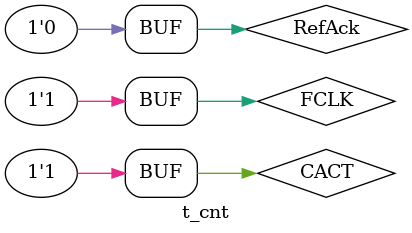
<source format=v>
`timescale 1ns / 1ps


module t_cnt;

	// Inputs
	reg FCLK;
	reg CACT;
	reg RefAck;

	// Outputs
	wire RefReq;
	wire RefUrgent;
	wire TimeoutA;
	wire TimeoutB;

	// Instantiate the Unit Under Test (UUT)
	CNT uut (
		.FCLK(FCLK), 
		.CACT(CACT), 
		.RefReq(RefReq), 
		.RefUrgent(RefUrgent), 
		.RefAck(RefAck), 
		.TimeoutA(TimeoutA), 
		.TimeoutB(TimeoutB)
	);

	initial begin
		FCLK = 0;
		CACT = 0;
		RefAck = 0;
		
		FCLK = 0; #20;
		FCLK = 1; #20; CACT = 1;
		
		FCLK = 0; #20;
		FCLK = 1; #20;
		
		FCLK = 0; #20;
		FCLK = 1; #20;
		
		FCLK = 0; #20;
		FCLK = 1; #20;
		
		FCLK = 0; #20;
		FCLK = 1; #20;
		
		FCLK = 0; #20;
		FCLK = 1; #20;
		
		FCLK = 0; #20;
		FCLK = 1; #20;
		
		FCLK = 0; #20;
		FCLK = 1; #20;
		
		FCLK = 0; #20;
		FCLK = 1; #20;
		
		FCLK = 0; #20;
		FCLK = 1; #20;
		
		FCLK = 0; #20;
		FCLK = 1; #20;
		
		FCLK = 0; #20;
		FCLK = 1; #20;
		
		FCLK = 0; #20;
		FCLK = 1; #20;
		
		FCLK = 0; #20;
		FCLK = 1; #20;
		
		FCLK = 0; #20;
		FCLK = 1; #20;
		
		FCLK = 0; #20;
		FCLK = 1; #20;
		
		FCLK = 0; #20;
		FCLK = 1; #20;
		
		FCLK = 0; #20;
		FCLK = 1; #20;
		
		FCLK = 0; #20;
		FCLK = 1; #20;
		
		FCLK = 0; #20;
		FCLK = 1; #20;
		
		FCLK = 0; #20;
		FCLK = 1; #20;
		
		FCLK = 0; #20;
		FCLK = 1; #20;
		
		FCLK = 0; #20;
		FCLK = 1; #20;
		
		FCLK = 0; #20;
		FCLK = 1; #20;
		
		FCLK = 0; #20;
		FCLK = 1; #20;
		
		FCLK = 0; #20;
		FCLK = 1; #20;
		
		FCLK = 0; #20;
		FCLK = 1; #20;
		
		FCLK = 0; #20;
		FCLK = 1; #20;
		
		FCLK = 0; #20;
		FCLK = 1; #20;
		
		FCLK = 0; #20;
		FCLK = 1; #20;
		
		FCLK = 0; #20;
		FCLK = 1; #20;
		
		FCLK = 0; #20;
		FCLK = 1; #20;
		
		FCLK = 0; #20;
		FCLK = 1; #20;
		
		FCLK = 0; #20;
		FCLK = 1; #20;
		
		FCLK = 0; #20;
		FCLK = 1; #20;
		
		FCLK = 0; #20;
		FCLK = 1; #20;
		
		FCLK = 0; #20;
		FCLK = 1; #20;
		
		FCLK = 0; #20;
		FCLK = 1; #20;
		
		FCLK = 0; #20;
		FCLK = 1; #20;
		
		FCLK = 0; #20;
		FCLK = 1; #20;
		
		FCLK = 0; #20;
		FCLK = 1; #20;
		
		FCLK = 0; #20;
		FCLK = 1; #20;
		
		FCLK = 0; #20;
		FCLK = 1; #20;
		
		FCLK = 0; #20;
		FCLK = 1; #20;
		
		FCLK = 0; #20;
		FCLK = 1; #20;
		
		FCLK = 0; #20;
		FCLK = 1; #20;
		
		FCLK = 0; #20;
		FCLK = 1; #20;
		
		FCLK = 0; #20;
		FCLK = 1; #20;
		
		FCLK = 0; #20;
		FCLK = 1; #20;
		
		FCLK = 0; #20;
		FCLK = 1; #20;
		
		FCLK = 0; #20;
		FCLK = 1; #20;
		
		FCLK = 0; #20;
		FCLK = 1; #20;
		
		FCLK = 0; #20;
		FCLK = 1; #20;
		
		FCLK = 0; #20;
		FCLK = 1; #20;
		
		FCLK = 0; #20;
		FCLK = 1; #20;
		
		FCLK = 0; #20;
		FCLK = 1; #20;
		
		FCLK = 0; #20;
		FCLK = 1; #20;
		
		FCLK = 0; #20;
		FCLK = 1; #20;
		
		FCLK = 0; #20;
		FCLK = 1; #20;
		
		FCLK = 0; #20;
		FCLK = 1; #20;
		
		FCLK = 0; #20;
		FCLK = 1; #20;
		
		FCLK = 0; #20;
		FCLK = 1; #20;
		
		FCLK = 0; #20;
		FCLK = 1; #20;
		
		FCLK = 0; #20;
		FCLK = 1; #20;
		
		FCLK = 0; #20;
		FCLK = 1; #20;
		
		FCLK = 0; #20;
		FCLK = 1; #20;
		
		FCLK = 0; #20;
		FCLK = 1; #20;
		
		FCLK = 0; #20;
		FCLK = 1; #20;
		
		FCLK = 0; #20;
		FCLK = 1; #20;
		
		FCLK = 0; #20;
		FCLK = 1; #20;
		
		FCLK = 0; #20;
		FCLK = 1; #20;
		
		FCLK = 0; #20;
		FCLK = 1; #20;
		
		FCLK = 0; #20;
		FCLK = 1; #20;
		
		FCLK = 0; #20;
		FCLK = 1; #20;
		
		FCLK = 0; #20;
		FCLK = 1; #20;
		
		FCLK = 0; #20;
		FCLK = 1; #20;
		
		FCLK = 0; #20;
		FCLK = 1; #20;
		
		FCLK = 0; #20;
		FCLK = 1; #20;
		
		FCLK = 0; #20;
		FCLK = 1; #20;
		
		FCLK = 0; #20;
		FCLK = 1; #20;
		
		FCLK = 0; #20;
		FCLK = 1; #20;
		
		FCLK = 0; #20;
		FCLK = 1; #20;
		
		FCLK = 0; #20;
		FCLK = 1; #20;
		
		FCLK = 0; #20;
		FCLK = 1; #20;
		
		FCLK = 0; #20;
		FCLK = 1; #20;
		
		FCLK = 0; #20;
		FCLK = 1; #20;
		
		FCLK = 0; #20;
		FCLK = 1; #20;
		
		FCLK = 0; #20;
		FCLK = 1; #20;
		
		FCLK = 0; #20;
		FCLK = 1; #20;
		
		FCLK = 0; #20;
		FCLK = 1; #20;
		
		FCLK = 0; #20;
		FCLK = 1; #20;
		
		FCLK = 0; #20;
		FCLK = 1; #20;
		
		FCLK = 0; #20;
		FCLK = 1; #20;
		
		FCLK = 0; #20;
		FCLK = 1; #20;
		
		FCLK = 0; #20;
		FCLK = 1; #20;
		
		FCLK = 0; #20;
		FCLK = 1; #20;
		
		FCLK = 0; #20;
		FCLK = 1; #20;
		
		FCLK = 0; #20;
		FCLK = 1; #20;
		
		FCLK = 0; #20;
		FCLK = 1; #20;
		
		FCLK = 0; #20;
		FCLK = 1; #20;
		
		FCLK = 0; #20;
		FCLK = 1; #20;
		
		FCLK = 0; #20;
		FCLK = 1; #20;
		
		FCLK = 0; #20;
		FCLK = 1; #20;
		
		FCLK = 0; #20;
		FCLK = 1; #20;
		
		FCLK = 0; #20;
		FCLK = 1; #20;
		
		FCLK = 0; #20;
		FCLK = 1; #20;
		
		FCLK = 0; #20;
		FCLK = 1; #20;
		
		FCLK = 0; #20;
		FCLK = 1; #20;
		
		FCLK = 0; #20;
		FCLK = 1; #20;
		
		FCLK = 0; #20;
		FCLK = 1; #20;
		
		FCLK = 0; #20;
		FCLK = 1; #20;
		
		FCLK = 0; #20;
		FCLK = 1; #20;
		
		FCLK = 0; #20;
		FCLK = 1; #20;
		
		FCLK = 0; #20;
		FCLK = 1; #20;
		
		FCLK = 0; #20;
		FCLK = 1; #20;
		
		FCLK = 0; #20;
		FCLK = 1; #20;
		
		FCLK = 0; #20;
		FCLK = 1; #20;
		
		FCLK = 0; #20;
		FCLK = 1; #20;
		
		FCLK = 0; #20;
		FCLK = 1; #20;
		
		FCLK = 0; #20;
		FCLK = 1; #20;
		
		FCLK = 0; #20;
		FCLK = 1; #20;
		
		FCLK = 0; #20;
		FCLK = 1; #20;
		
		FCLK = 0; #20;
		FCLK = 1; #20;
		
		FCLK = 0; #20;
		FCLK = 1; #20;
		
		FCLK = 0; #20;
		FCLK = 1; #20;
		
		FCLK = 0; #20;
		FCLK = 1; #20;
		
		FCLK = 0; #20;
		FCLK = 1; #20;
		
		FCLK = 0; #20;
		FCLK = 1; #20;
		
		FCLK = 0; #20;
		FCLK = 1; #20;
		
		FCLK = 0; #20;
		FCLK = 1; #20;
		
		FCLK = 0; #20;
		FCLK = 1; #20;
		
		FCLK = 0; #20;
		FCLK = 1; #20;
		
		FCLK = 0; #20;
		FCLK = 1; #20;
		
		FCLK = 0; #20;
		FCLK = 1; #20;
		
		FCLK = 0; #20;
		FCLK = 1; #20;
		
		FCLK = 0; #20;
		FCLK = 1; #20;
		
		FCLK = 0; #20;
		FCLK = 1; #20;
		
		FCLK = 0; #20;
		FCLK = 1; #20;
		
		FCLK = 0; #20;
		FCLK = 1; #20;
		
		FCLK = 0; #20;
		FCLK = 1; #20;
		
		FCLK = 0; #20;
		FCLK = 1; #20;
		
		FCLK = 0; #20;
		FCLK = 1; #20;
		
		FCLK = 0; #20;
		FCLK = 1; #20;
		
		FCLK = 0; #20;
		FCLK = 1; #20;
		
		FCLK = 0; #20;
		FCLK = 1; #20;
		
		FCLK = 0; #20;
		FCLK = 1; #20;
		
		FCLK = 0; #20;
		FCLK = 1; #20;
		
		FCLK = 0; #20;
		FCLK = 1; #20;
		
		FCLK = 0; #20;
		FCLK = 1; #20;
		
		FCLK = 0; #20;
		FCLK = 1; #20;
		
		FCLK = 0; #20;
		FCLK = 1; #20;
		
		FCLK = 0; #20;
		FCLK = 1; #20;
		
		FCLK = 0; #20;
		FCLK = 1; #20;
		
		FCLK = 0; #20;
		FCLK = 1; #20;
		
		FCLK = 0; #20;
		FCLK = 1; #20;
		
		FCLK = 0; #20;
		FCLK = 1; #20;
		
		FCLK = 0; #20;
		FCLK = 1; #20;
		
		FCLK = 0; #20;
		FCLK = 1; #20;
		
		FCLK = 0; #20;
		FCLK = 1; #20;
		
		FCLK = 0; #20;
		FCLK = 1; #20;
		
		FCLK = 0; #20;
		FCLK = 1; #20; CACT = 0;
		
		FCLK = 0; #20;
		FCLK = 1; #20;
		
		FCLK = 0; #20;
		FCLK = 1; #20;
		
		FCLK = 0; #20;
		FCLK = 1; #20; CACT = 1;
		
		FCLK = 0; #20;
		FCLK = 1; #20;
		
		FCLK = 0; #20;
		FCLK = 1; #20;
		
		FCLK = 0; #20;
		FCLK = 1; #20;
		
		FCLK = 0; #20;
		FCLK = 1; #20;
		
		FCLK = 0; #20;
		FCLK = 1; #20;
		
		FCLK = 0; #20;
		FCLK = 1; #20;
		
		FCLK = 0; #20;
		FCLK = 1; #20;
		
		FCLK = 0; #20;
		FCLK = 1; #20;
		
		FCLK = 0; #20;
		FCLK = 1; #20;
		
		FCLK = 0; #20;
		FCLK = 1; #20;
		
		FCLK = 0; #20;
		FCLK = 1; #20;
		
		FCLK = 0; #20;
		FCLK = 1; #20;
		
		FCLK = 0; #20;
		FCLK = 1; #20;
		
		FCLK = 0; #20;
		FCLK = 1; #20;
		
		FCLK = 0; #20;
		FCLK = 1; #20;
		
		FCLK = 0; #20;
		FCLK = 1; #20;
		
		FCLK = 0; #20;
		FCLK = 1; #20;
		
		FCLK = 0; #20;
		FCLK = 1; #20;
		
		FCLK = 0; #20;
		FCLK = 1; #20;
		
		FCLK = 0; #20;
		FCLK = 1; #20;
		
		FCLK = 0; #20;
		FCLK = 1; #20;
		
		FCLK = 0; #20;
		FCLK = 1; #20;
		
		FCLK = 0; #20;
		FCLK = 1; #20;
		
		FCLK = 0; #20;
		FCLK = 1; #20;
		
		FCLK = 0; #20;
		FCLK = 1; #20;
		
		FCLK = 0; #20;
		FCLK = 1; #20;
		
		FCLK = 0; #20;
		FCLK = 1; #20;
		
		FCLK = 0; #20;
		FCLK = 1; #20;
		
		FCLK = 0; #20;
		FCLK = 1; #20;
		
		FCLK = 0; #20;
		FCLK = 1; #20;
		
		FCLK = 0; #20;
		FCLK = 1; #20;
		
		FCLK = 0; #20;
		FCLK = 1; #20;
		
		FCLK = 0; #20;
		FCLK = 1; #20;
		
		FCLK = 0; #20;
		FCLK = 1; #20;
		
		FCLK = 0; #20;
		FCLK = 1; #20;
		
		FCLK = 0; #20;
		FCLK = 1; #20;
		
		FCLK = 0; #20;
		FCLK = 1; #20;
		
		FCLK = 0; #20;
		FCLK = 1; #20;
		
		FCLK = 0; #20;
		FCLK = 1; #20;
		
		FCLK = 0; #20;
		FCLK = 1; #20;
		
		FCLK = 0; #20;
		FCLK = 1; #20;
		
		FCLK = 0; #20;
		FCLK = 1; #20;
		
		FCLK = 0; #20;
		FCLK = 1; #20;
		
		FCLK = 0; #20;
		FCLK = 1; #20;
		
		FCLK = 0; #20;
		FCLK = 1; #20;
		
		FCLK = 0; #20;
		FCLK = 1; #20;
		
		FCLK = 0; #20;
		FCLK = 1; #20;
		
		FCLK = 0; #20;
		FCLK = 1; #20;
		
		FCLK = 0; #20;
		FCLK = 1; #20;
		
		FCLK = 0; #20;
		FCLK = 1; #20;
		
		FCLK = 0; #20;
		FCLK = 1; #20;
		
		FCLK = 0; #20;
		FCLK = 1; #20;
		
		FCLK = 0; #20;
		FCLK = 1; #20;
		
		FCLK = 0; #20;
		FCLK = 1; #20;
		
		FCLK = 0; #20;
		FCLK = 1; #20;
		
		FCLK = 0; #20;
		FCLK = 1; #20;
		
		FCLK = 0; #20;
		FCLK = 1; #20;
		
		FCLK = 0; #20;
		FCLK = 1; #20;
		
		FCLK = 0; #20;
		FCLK = 1; #20;
		
		FCLK = 0; #20;
		FCLK = 1; #20;
		
		FCLK = 0; #20;
		FCLK = 1; #20;
		
		FCLK = 0; #20;
		FCLK = 1; #20; RefAck = 1;
		
		FCLK = 0; #20;
		FCLK = 1; #20;
		
		FCLK = 0; #20;
		FCLK = 1; #20; RefAck = 0;
		
		FCLK = 0; #20;
		FCLK = 1; #20;
		
		FCLK = 0; #20;
		FCLK = 1; #20;
		
		FCLK = 0; #20;
		FCLK = 1; #20;
		
		FCLK = 0; #20;
		FCLK = 1; #20;
		
		FCLK = 0; #20;
		FCLK = 1; #20;
		
		FCLK = 0; #20;
		FCLK = 1; #20;
		
		FCLK = 0; #20;
		FCLK = 1; #20;
		
		FCLK = 0; #20;
		FCLK = 1; #20;
		
		FCLK = 0; #20;
		FCLK = 1; #20;
		
		FCLK = 0; #20;
		FCLK = 1; #20;
		
		FCLK = 0; #20;
		FCLK = 1; #20;
		
		FCLK = 0; #20;
		FCLK = 1; #20;
		
		FCLK = 0; #20;
		FCLK = 1; #20;
		
		FCLK = 0; #20;
		FCLK = 1; #20;
		
		FCLK = 0; #20;
		FCLK = 1; #20;
		
		FCLK = 0; #20;
		FCLK = 1; #20;
		
		FCLK = 0; #20;
		FCLK = 1; #20;
		
		FCLK = 0; #20;
		FCLK = 1; #20;
		
		FCLK = 0; #20;
		FCLK = 1; #20;
		
		FCLK = 0; #20;
		FCLK = 1; #20;
		
		FCLK = 0; #20;
		FCLK = 1; #20;
		
		FCLK = 0; #20;
		FCLK = 1; #20;
		
		FCLK = 0; #20;
		FCLK = 1; #20;
		
		FCLK = 0; #20;
		FCLK = 1; #20;
		
		FCLK = 0; #20;
		FCLK = 1; #20;
		
		FCLK = 0; #20;
		FCLK = 1; #20;
		
		FCLK = 0; #20;
		FCLK = 1; #20;
		
		FCLK = 0; #20;
		FCLK = 1; #20;
		
		FCLK = 0; #20;
		FCLK = 1; #20;
		
		FCLK = 0; #20;
		FCLK = 1; #20;
		
		FCLK = 0; #20;
		FCLK = 1; #20;
		
		FCLK = 0; #20;
		FCLK = 1; #20;
		
		FCLK = 0; #20;
		FCLK = 1; #20;
		
		FCLK = 0; #20;
		FCLK = 1; #20;
		
		FCLK = 0; #20;
		FCLK = 1; #20;
		
		FCLK = 0; #20;
		FCLK = 1; #20;
		
		FCLK = 0; #20;
		FCLK = 1; #20;
		
		FCLK = 0; #20;
		FCLK = 1; #20;
		
		FCLK = 0; #20;
		FCLK = 1; #20;
		
		FCLK = 0; #20;
		FCLK = 1; #20;
		
		FCLK = 0; #20;
		FCLK = 1; #20;
		
		FCLK = 0; #20;
		FCLK = 1; #20;
		
		FCLK = 0; #20;
		FCLK = 1; #20;
		
		FCLK = 0; #20;
		FCLK = 1; #20;
		
		FCLK = 0; #20;
		FCLK = 1; #20;
		
		FCLK = 0; #20;
		FCLK = 1; #20;
		
		FCLK = 0; #20;
		FCLK = 1; #20;
		
		FCLK = 0; #20;
		FCLK = 1; #20;
		
		FCLK = 0; #20;
		FCLK = 1; #20;
		
		FCLK = 0; #20;
		FCLK = 1; #20;
		
		FCLK = 0; #20;
		FCLK = 1; #20;
		
		FCLK = 0; #20;
		FCLK = 1; #20;
		
		FCLK = 0; #20;
		FCLK = 1; #20;
		
		FCLK = 0; #20;
		FCLK = 1; #20;
		
		FCLK = 0; #20;
		FCLK = 1; #20;
		
		FCLK = 0; #20;
		FCLK = 1; #20;
		
		FCLK = 0; #20;
		FCLK = 1; #20;
		
		FCLK = 0; #20;
		FCLK = 1; #20;
		
		FCLK = 0; #20;
		FCLK = 1; #20;
		
		FCLK = 0; #20;
		FCLK = 1; #20;
		
		FCLK = 0; #20;
		FCLK = 1; #20;
		
		FCLK = 0; #20;
		FCLK = 1; #20;
		
		FCLK = 0; #20;
		FCLK = 1; #20;
		
		FCLK = 0; #20;
		FCLK = 1; #20;
		
		FCLK = 0; #20;
		FCLK = 1; #20;
		
		FCLK = 0; #20;
		FCLK = 1; #20;
		
		FCLK = 0; #20;
		FCLK = 1; #20;
		
		FCLK = 0; #20;
		FCLK = 1; #20;
		
		FCLK = 0; #20;
		FCLK = 1; #20;
		
		FCLK = 0; #20;
		FCLK = 1; #20;
		
		FCLK = 0; #20;
		FCLK = 1; #20;
		
		FCLK = 0; #20;
		FCLK = 1; #20;
		
		FCLK = 0; #20;
		FCLK = 1; #20;
		
		FCLK = 0; #20;
		FCLK = 1; #20;
		
		FCLK = 0; #20;
		FCLK = 1; #20;
		
		FCLK = 0; #20;
		FCLK = 1; #20;
		
		FCLK = 0; #20;
		FCLK = 1; #20;
		
		FCLK = 0; #20;
		FCLK = 1; #20;
		
		FCLK = 0; #20;
		FCLK = 1; #20;
		
		FCLK = 0; #20;
		FCLK = 1; #20;
		
		FCLK = 0; #20;
		FCLK = 1; #20;
		
		FCLK = 0; #20;
		FCLK = 1; #20;
		
		FCLK = 0; #20;
		FCLK = 1; #20;
		
		FCLK = 0; #20;
		FCLK = 1; #20;
		
		FCLK = 0; #20;
		FCLK = 1; #20;
		
		FCLK = 0; #20;
		FCLK = 1; #20;
		
		FCLK = 0; #20;
		FCLK = 1; #20;
		
		FCLK = 0; #20;
		FCLK = 1; #20;
		
		FCLK = 0; #20;
		FCLK = 1; #20;
		
		FCLK = 0; #20;
		FCLK = 1; #20;
		
		FCLK = 0; #20;
		FCLK = 1; #20;
		
		FCLK = 0; #20;
		FCLK = 1; #20;
		
		FCLK = 0; #20;
		FCLK = 1; #20;
		
		FCLK = 0; #20;
		FCLK = 1; #20;
		
		FCLK = 0; #20;
		FCLK = 1; #20;
		
		FCLK = 0; #20;
		FCLK = 1; #20;
		
		FCLK = 0; #20;
		FCLK = 1; #20;
		
		FCLK = 0; #20;
		FCLK = 1; #20;
		
		FCLK = 0; #20;
		FCLK = 1; #20;
		
		FCLK = 0; #20;
		FCLK = 1; #20;
		
		FCLK = 0; #20;
		FCLK = 1; #20;
		
		FCLK = 0; #20;
		FCLK = 1; #20;
		
		FCLK = 0; #20;
		FCLK = 1; #20;
		
		FCLK = 0; #20;
		FCLK = 1; #20;
		
		FCLK = 0; #20;
		FCLK = 1; #20;
		
		FCLK = 0; #20;
		FCLK = 1; #20;
		
		FCLK = 0; #20;
		FCLK = 1; #20;
		
		FCLK = 0; #20;
		FCLK = 1; #20;
		
		FCLK = 0; #20;
		FCLK = 1; #20;
		
		FCLK = 0; #20;
		FCLK = 1; #20;
		
		FCLK = 0; #20;
		FCLK = 1; #20;
		
		FCLK = 0; #20;
		FCLK = 1; #20;
		
		FCLK = 0; #20;
		FCLK = 1; #20;
		
		FCLK = 0; #20;
		FCLK = 1; #20;
		
		FCLK = 0; #20;
		FCLK = 1; #20;
		
		FCLK = 0; #20;
		FCLK = 1; #20;
		
		FCLK = 0; #20;
		FCLK = 1; #20;
		
		FCLK = 0; #20;
		FCLK = 1; #20;
		
		FCLK = 0; #20;
		FCLK = 1; #20;
		
		FCLK = 0; #20;
		FCLK = 1; #20;
		
		FCLK = 0; #20;
		FCLK = 1; #20;
		
		FCLK = 0; #20;
		FCLK = 1; #20;
		
		FCLK = 0; #20;
		FCLK = 1; #20;
		
		FCLK = 0; #20;
		FCLK = 1; #20;
		
		FCLK = 0; #20;
		FCLK = 1; #20;
		
		FCLK = 0; #20;
		FCLK = 1; #20;
		
		FCLK = 0; #20;
		FCLK = 1; #20;
		
		FCLK = 0; #20;
		FCLK = 1; #20;
		
		FCLK = 0; #20;
		FCLK = 1; #20;
		
		FCLK = 0; #20;
		FCLK = 1; #20;
		
		FCLK = 0; #20;
		FCLK = 1; #20;
		
		FCLK = 0; #20;
		FCLK = 1; #20;
		
		FCLK = 0; #20;
		FCLK = 1; #20;
		
		FCLK = 0; #20;
		FCLK = 1; #20;
		
		FCLK = 0; #20;
		FCLK = 1; #20;
		
		FCLK = 0; #20;
		FCLK = 1; #20;
		
		FCLK = 0; #20;
		FCLK = 1; #20;
		
		FCLK = 0; #20;
		FCLK = 1; #20;
		
		FCLK = 0; #20;
		FCLK = 1; #20;
		
		FCLK = 0; #20;
		FCLK = 1; #20;
		
		FCLK = 0; #20;
		FCLK = 1; #20;
		
		FCLK = 0; #20;
		FCLK = 1; #20;
		
		FCLK = 0; #20;
		FCLK = 1; #20;
		
		FCLK = 0; #20;
		FCLK = 1; #20;
		
		FCLK = 0; #20;
		FCLK = 1; #20;
		
		FCLK = 0; #20;
		FCLK = 1; #20;
		
		FCLK = 0; #20;
		FCLK = 1; #20;
		
		FCLK = 0; #20;
		FCLK = 1; #20;
		
		FCLK = 0; #20;
		FCLK = 1; #20;
		
		FCLK = 0; #20;
		FCLK = 1; #20;
		
		FCLK = 0; #20;
		FCLK = 1; #20;
		
		FCLK = 0; #20;
		FCLK = 1; #20;
		
		FCLK = 0; #20;
		FCLK = 1; #20;
		
		FCLK = 0; #20;
		FCLK = 1; #20;
		
		FCLK = 0; #20;
		FCLK = 1; #20;
		
		FCLK = 0; #20;
		FCLK = 1; #20;
		
		FCLK = 0; #20;
		FCLK = 1; #20;
		
		FCLK = 0; #20;
		FCLK = 1; #20;
		
		FCLK = 0; #20;
		FCLK = 1; #20;
		
		FCLK = 0; #20;
		FCLK = 1; #20;
		
		FCLK = 0; #20;
		FCLK = 1; #20;
		
		FCLK = 0; #20;
		FCLK = 1; #20;
		
		FCLK = 0; #20;
		FCLK = 1; #20;
		
		FCLK = 0; #20;
		FCLK = 1; #20;
		
		FCLK = 0; #20;
		FCLK = 1; #20;
		
		FCLK = 0; #20;
		FCLK = 1; #20;
		
		FCLK = 0; #20;
		FCLK = 1; #20;
		
		FCLK = 0; #20;
		FCLK = 1; #20;
		
		FCLK = 0; #20;
		FCLK = 1; #20;
		
		FCLK = 0; #20;
		FCLK = 1; #20;
		
		FCLK = 0; #20;
		FCLK = 1; #20;
		
		FCLK = 0; #20;
		FCLK = 1; #20;
		
		FCLK = 0; #20;
		FCLK = 1; #20;
		
		FCLK = 0; #20;
		FCLK = 1; #20;
		
		FCLK = 0; #20;
		FCLK = 1; #20;
		
		FCLK = 0; #20;
		FCLK = 1; #20;
		
		FCLK = 0; #20;
		FCLK = 1; #20;
		
		FCLK = 0; #20;
		FCLK = 1; #20;
		
		FCLK = 0; #20;
		FCLK = 1; #20;
		
		FCLK = 0; #20;
		FCLK = 1; #20;
		
		FCLK = 0; #20;
		FCLK = 1; #20;
		
		FCLK = 0; #20;
		FCLK = 1; #20;
		
		FCLK = 0; #20;
		FCLK = 1; #20;
		
		FCLK = 0; #20;
		FCLK = 1; #20;
		
		FCLK = 0; #20;
		FCLK = 1; #20;
		
		FCLK = 0; #20;
		FCLK = 1; #20;
		
		FCLK = 0; #20;
		FCLK = 1; #20;
		
		FCLK = 0; #20;
		FCLK = 1; #20;
		
		FCLK = 0; #20;
		FCLK = 1; #20;
		
		FCLK = 0; #20;
		FCLK = 1; #20;
		
		FCLK = 0; #20;
		FCLK = 1; #20;
		
		FCLK = 0; #20;
		FCLK = 1; #20;
		
		FCLK = 0; #20;
		FCLK = 1; #20;
		
		FCLK = 0; #20;
		FCLK = 1; #20;
		
		FCLK = 0; #20;
		FCLK = 1; #20;
		
		FCLK = 0; #20;
		FCLK = 1; #20;
		
		FCLK = 0; #20;
		FCLK = 1; #20;
		
		FCLK = 0; #20;
		FCLK = 1; #20;
		
		FCLK = 0; #20;
		FCLK = 1; #20;
		
		FCLK = 0; #20;
		FCLK = 1; #20;
		
		FCLK = 0; #20;
		FCLK = 1; #20;
		
		FCLK = 0; #20;
		FCLK = 1; #20;
		
		FCLK = 0; #20;
		FCLK = 1; #20;
		
		FCLK = 0; #20;
		FCLK = 1; #20;
		
		FCLK = 0; #20;
		FCLK = 1; #20;
		
		FCLK = 0; #20;
		FCLK = 1; #20;
		
		FCLK = 0; #20;
		FCLK = 1; #20;
		
		FCLK = 0; #20;
		FCLK = 1; #20;
		
		FCLK = 0; #20;
		FCLK = 1; #20;
		
		FCLK = 0; #20;
		FCLK = 1; #20;
		
		FCLK = 0; #20;
		FCLK = 1; #20;
		
		FCLK = 0; #20;
		FCLK = 1; #20;
		
		FCLK = 0; #20;
		FCLK = 1; #20;
		
		FCLK = 0; #20;
		FCLK = 1; #20;
		
		FCLK = 0; #20;
		FCLK = 1; #20;
		
		FCLK = 0; #20;
		FCLK = 1; #20;
		
		FCLK = 0; #20;
		FCLK = 1; #20;
		
		FCLK = 0; #20;
		FCLK = 1; #20;
		
		FCLK = 0; #20;
		FCLK = 1; #20;
		
		FCLK = 0; #20;
		FCLK = 1; #20;
		
		FCLK = 0; #20;
		FCLK = 1; #20;
		
		FCLK = 0; #20;
		FCLK = 1; #20;
		
		FCLK = 0; #20;
		FCLK = 1; #20;
		
		FCLK = 0; #20;
		FCLK = 1; #20;
		
		FCLK = 0; #20;
		FCLK = 1; #20;
		
		FCLK = 0; #20;
		FCLK = 1; #20;
		
		FCLK = 0; #20;
		FCLK = 1; #20;
		
		FCLK = 0; #20;
		FCLK = 1; #20;
		
		FCLK = 0; #20;
		FCLK = 1; #20;
		
		FCLK = 0; #20;
		FCLK = 1; #20;
		
		FCLK = 0; #20;
		FCLK = 1; #20;
		
		FCLK = 0; #20;
		FCLK = 1; #20;
		
		FCLK = 0; #20;
		FCLK = 1; #20;
		
		FCLK = 0; #20;
		FCLK = 1; #20;
		
		FCLK = 0; #20;
		FCLK = 1; #20;
		
		FCLK = 0; #20;
		FCLK = 1; #20;
		
		FCLK = 0; #20;
		FCLK = 1; #20;
		
		FCLK = 0; #20;
		FCLK = 1; #20;
		
		FCLK = 0; #20;
		FCLK = 1; #20;
		
		FCLK = 0; #20;
		FCLK = 1; #20;
		
		FCLK = 0; #20;
		FCLK = 1; #20;
		
		FCLK = 0; #20;
		FCLK = 1; #20;
		
		FCLK = 0; #20;
		FCLK = 1; #20;
		
		FCLK = 0; #20;
		FCLK = 1; #20;
		
		FCLK = 0; #20;
		FCLK = 1; #20;
		
		FCLK = 0; #20;
		FCLK = 1; #20;
		
		FCLK = 0; #20;
		FCLK = 1; #20;
		
		FCLK = 0; #20;
		FCLK = 1; #20;
		
		FCLK = 0; #20;
		FCLK = 1; #20;
		
		FCLK = 0; #20;
		FCLK = 1; #20;
		
		FCLK = 0; #20;
		FCLK = 1; #20;
		
		FCLK = 0; #20;
		FCLK = 1; #20;
		
		FCLK = 0; #20;
		FCLK = 1; #20;
		
		FCLK = 0; #20;
		FCLK = 1; #20;
		
		FCLK = 0; #20;
		FCLK = 1; #20;
		
		FCLK = 0; #20;
		FCLK = 1; #20;
		
		FCLK = 0; #20;
		FCLK = 1; #20;
		
		FCLK = 0; #20;
		FCLK = 1; #20;
		
		FCLK = 0; #20;
		FCLK = 1; #20;
		
		FCLK = 0; #20;
		FCLK = 1; #20;
		
		FCLK = 0; #20;
		FCLK = 1; #20;
		
		FCLK = 0; #20;
		FCLK = 1; #20;
		
		FCLK = 0; #20;
		FCLK = 1; #20;
		
		FCLK = 0; #20;
		FCLK = 1; #20;
		
		FCLK = 0; #20;
		FCLK = 1; #20;
		
		FCLK = 0; #20;
		FCLK = 1; #20;
		
		FCLK = 0; #20;
		FCLK = 1; #20;
		
		FCLK = 0; #20;
		FCLK = 1; #20;
		
		FCLK = 0; #20;
		FCLK = 1; #20;
		
		FCLK = 0; #20;
		FCLK = 1; #20;
		
		FCLK = 0; #20;
		FCLK = 1; #20;
		
		FCLK = 0; #20;
		FCLK = 1; #20;
		
		FCLK = 0; #20;
		FCLK = 1; #20;
		
		FCLK = 0; #20;
		FCLK = 1; #20;
		
		FCLK = 0; #20;
		FCLK = 1; #20;
		
		FCLK = 0; #20;
		FCLK = 1; #20;
		
		FCLK = 0; #20;
		FCLK = 1; #20;
		
		FCLK = 0; #20;
		FCLK = 1; #20;
		
		FCLK = 0; #20;
		FCLK = 1; #20;
		
		FCLK = 0; #20;
		FCLK = 1; #20;
		
		FCLK = 0; #20;
		FCLK = 1; #20;
		
		FCLK = 0; #20;
		FCLK = 1; #20;
		
		FCLK = 0; #20;
		FCLK = 1; #20;
		
		FCLK = 0; #20;
		FCLK = 1; #20;
		
		FCLK = 0; #20;
		FCLK = 1; #20;
		
		FCLK = 0; #20;
		FCLK = 1; #20;
		
		FCLK = 0; #20;
		FCLK = 1; #20;
		
		FCLK = 0; #20;
		FCLK = 1; #20;
		
		FCLK = 0; #20;
		FCLK = 1; #20;
		
		FCLK = 0; #20;
		FCLK = 1; #20;
		
		FCLK = 0; #20;
		FCLK = 1; #20;
		
		FCLK = 0; #20;
		FCLK = 1; #20;
		
		FCLK = 0; #20;
		FCLK = 1; #20;
		
		FCLK = 0; #20;
		FCLK = 1; #20;
		
		FCLK = 0; #20;
		FCLK = 1; #20;
		
		FCLK = 0; #20;
		FCLK = 1; #20;
		
		FCLK = 0; #20;
		FCLK = 1; #20;
		
		FCLK = 0; #20;
		FCLK = 1; #20;
		
		FCLK = 0; #20;
		FCLK = 1; #20;
		
		FCLK = 0; #20;
		FCLK = 1; #20;
		
		FCLK = 0; #20;
		FCLK = 1; #20;
		
		FCLK = 0; #20;
		FCLK = 1; #20;
		
		FCLK = 0; #20;
		FCLK = 1; #20;
		
		FCLK = 0; #20;
		FCLK = 1; #20;
		
		FCLK = 0; #20;
		FCLK = 1; #20;
		
		FCLK = 0; #20;
		FCLK = 1; #20;
		
		FCLK = 0; #20;
		FCLK = 1; #20;
		
		FCLK = 0; #20;
		FCLK = 1; #20;
		
		FCLK = 0; #20;
		FCLK = 1; #20;
		
		FCLK = 0; #20;
		FCLK = 1; #20;
		
		FCLK = 0; #20;
		FCLK = 1; #20;
		
		FCLK = 0; #20;
		FCLK = 1; #20;
		
		FCLK = 0; #20;
		FCLK = 1; #20;
		
		FCLK = 0; #20;
		FCLK = 1; #20;
		
		FCLK = 0; #20;
		FCLK = 1; #20;
		
		FCLK = 0; #20;
		FCLK = 1; #20;
		
		FCLK = 0; #20;
		FCLK = 1; #20;
		
		FCLK = 0; #20;
		FCLK = 1; #20;
		
		FCLK = 0; #20;
		FCLK = 1; #20;
		
		FCLK = 0; #20;
		FCLK = 1; #20;
		
		FCLK = 0; #20;
		FCLK = 1; #20;
		
		FCLK = 0; #20;
		FCLK = 1; #20;
		
		FCLK = 0; #20;
		FCLK = 1; #20;
		
		FCLK = 0; #20;
		FCLK = 1; #20;
		
		FCLK = 0; #20;
		FCLK = 1; #20;
		
		FCLK = 0; #20;
		FCLK = 1; #20;
		
		FCLK = 0; #20;
		FCLK = 1; #20;
		
		FCLK = 0; #20;
		FCLK = 1; #20;
		
		FCLK = 0; #20;
		FCLK = 1; #20;
		
		FCLK = 0; #20;
		FCLK = 1; #20;
		
		FCLK = 0; #20;
		FCLK = 1; #20;
		
		FCLK = 0; #20;
		FCLK = 1; #20;
		
		FCLK = 0; #20;
		FCLK = 1; #20;
		
		FCLK = 0; #20;
		FCLK = 1; #20;
		
		FCLK = 0; #20;
		FCLK = 1; #20;
		
		FCLK = 0; #20;
		FCLK = 1; #20;
		
		FCLK = 0; #20;
		FCLK = 1; #20;
		
		FCLK = 0; #20;
		FCLK = 1; #20;
		
		FCLK = 0; #20;
		FCLK = 1; #20;
		
		FCLK = 0; #20;
		FCLK = 1; #20;
		
		FCLK = 0; #20;
		FCLK = 1; #20; RefAck = 1;
		
		FCLK = 0; #20;
		FCLK = 1; #20;
		
		FCLK = 0; #20;
		FCLK = 1; #20; RefAck = 0;
		
		FCLK = 0; #20;
		FCLK = 1; #20;
		
		FCLK = 0; #20;
		FCLK = 1; #20;
		
		FCLK = 0; #20;
		FCLK = 1; #20;
		
		FCLK = 0; #20;
		FCLK = 1; #20;
		
		FCLK = 0; #20;
		FCLK = 1; #20;
		
		FCLK = 0; #20;
		FCLK = 1; #20;
		
		FCLK = 0; #20;
		FCLK = 1; #20;
		
		FCLK = 0; #20;
		FCLK = 1; #20;
		
		FCLK = 0; #20;
		FCLK = 1; #20;
		
		FCLK = 0; #20;
		FCLK = 1; #20;
		
		FCLK = 0; #20;
		FCLK = 1; #20;
		
		FCLK = 0; #20;
		FCLK = 1; #20;
		
		FCLK = 0; #20;
		FCLK = 1; #20;
		
		FCLK = 0; #20;
		FCLK = 1; #20;
		
		FCLK = 0; #20;
		FCLK = 1; #20;
		
		FCLK = 0; #20;
		FCLK = 1; #20;
		
		FCLK = 0; #20;
		FCLK = 1; #20;
		
		FCLK = 0; #20;
		FCLK = 1; #20;
		
		FCLK = 0; #20;
		FCLK = 1; #20;
		
		FCLK = 0; #20;
		FCLK = 1; #20;
		
		FCLK = 0; #20;
		FCLK = 1; #20;
		
		FCLK = 0; #20;
		FCLK = 1; #20;
		
		FCLK = 0; #20;
		FCLK = 1; #20;
		
		FCLK = 0; #20;
		FCLK = 1; #20;
		
		FCLK = 0; #20;
		FCLK = 1; #20;
		
		FCLK = 0; #20;
		FCLK = 1; #20;
		
		FCLK = 0; #20;
		FCLK = 1; #20;
		
		FCLK = 0; #20;
		FCLK = 1; #20;
		
		FCLK = 0; #20;
		FCLK = 1; #20;
		
		FCLK = 0; #20;
		FCLK = 1; #20;
		
		FCLK = 0; #20;
		FCLK = 1; #20;
		
		FCLK = 0; #20;
		FCLK = 1; #20;
		
		FCLK = 0; #20;
		FCLK = 1; #20;
		
		FCLK = 0; #20;
		FCLK = 1; #20;
		
		FCLK = 0; #20;
		FCLK = 1; #20;
		
		FCLK = 0; #20;
		FCLK = 1; #20;
		
		FCLK = 0; #20;
		FCLK = 1; #20;
		
		FCLK = 0; #20;
		FCLK = 1; #20;
		
		FCLK = 0; #20;
		FCLK = 1; #20;
		
		FCLK = 0; #20;
		FCLK = 1; #20;
		
		FCLK = 0; #20;
		FCLK = 1; #20;
		
		FCLK = 0; #20;
		FCLK = 1; #20;
		
		FCLK = 0; #20;
		FCLK = 1; #20;
		
		FCLK = 0; #20;
		FCLK = 1; #20;
		
		FCLK = 0; #20;
		FCLK = 1; #20;
		
		FCLK = 0; #20;
		FCLK = 1; #20;
		
		FCLK = 0; #20;
		FCLK = 1; #20;
		
		FCLK = 0; #20;
		FCLK = 1; #20;
		
		FCLK = 0; #20;
		FCLK = 1; #20;
		
		FCLK = 0; #20;
		FCLK = 1; #20;
		
		FCLK = 0; #20;
		FCLK = 1; #20;
		
		FCLK = 0; #20;
		FCLK = 1; #20;
		
		FCLK = 0; #20;
		FCLK = 1; #20;
		
		FCLK = 0; #20;
		FCLK = 1; #20;
		
		FCLK = 0; #20;
		FCLK = 1; #20;
		
		FCLK = 0; #20;
		FCLK = 1; #20;
		
		FCLK = 0; #20;
		FCLK = 1; #20;
		
		FCLK = 0; #20;
		FCLK = 1; #20;
		
		FCLK = 0; #20;
		FCLK = 1; #20;
		
		FCLK = 0; #20;
		FCLK = 1; #20;
		
		FCLK = 0; #20;
		FCLK = 1; #20;
		
		FCLK = 0; #20;
		FCLK = 1; #20;
		
		FCLK = 0; #20;
		FCLK = 1; #20;
		
		FCLK = 0; #20;
		FCLK = 1; #20;
		
		FCLK = 0; #20;
		FCLK = 1; #20;
		
		FCLK = 0; #20;
		FCLK = 1; #20;
		
		FCLK = 0; #20;
		FCLK = 1; #20;
		
		FCLK = 0; #20;
		FCLK = 1; #20;
		
		FCLK = 0; #20;
		FCLK = 1; #20;
		
		FCLK = 0; #20;
		FCLK = 1; #20;
		
		FCLK = 0; #20;
		FCLK = 1; #20;
		
		FCLK = 0; #20;
		FCLK = 1; #20;
		
		FCLK = 0; #20;
		FCLK = 1; #20;
		
		FCLK = 0; #20;
		FCLK = 1; #20;
		
	end
      
endmodule


</source>
